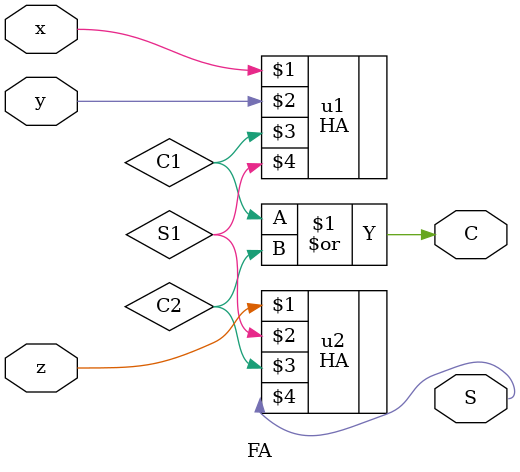
<source format=v>
`timescale 1ns / 1ps


module FA(x, y, z, C, S);

input x, y, z;
output C, S;

wire S1, C1, C2;

HA u1(x, y, C1, S1);
HA u2(z, S1, C2, S);

assign C = C1 | C2;

endmodule

</source>
